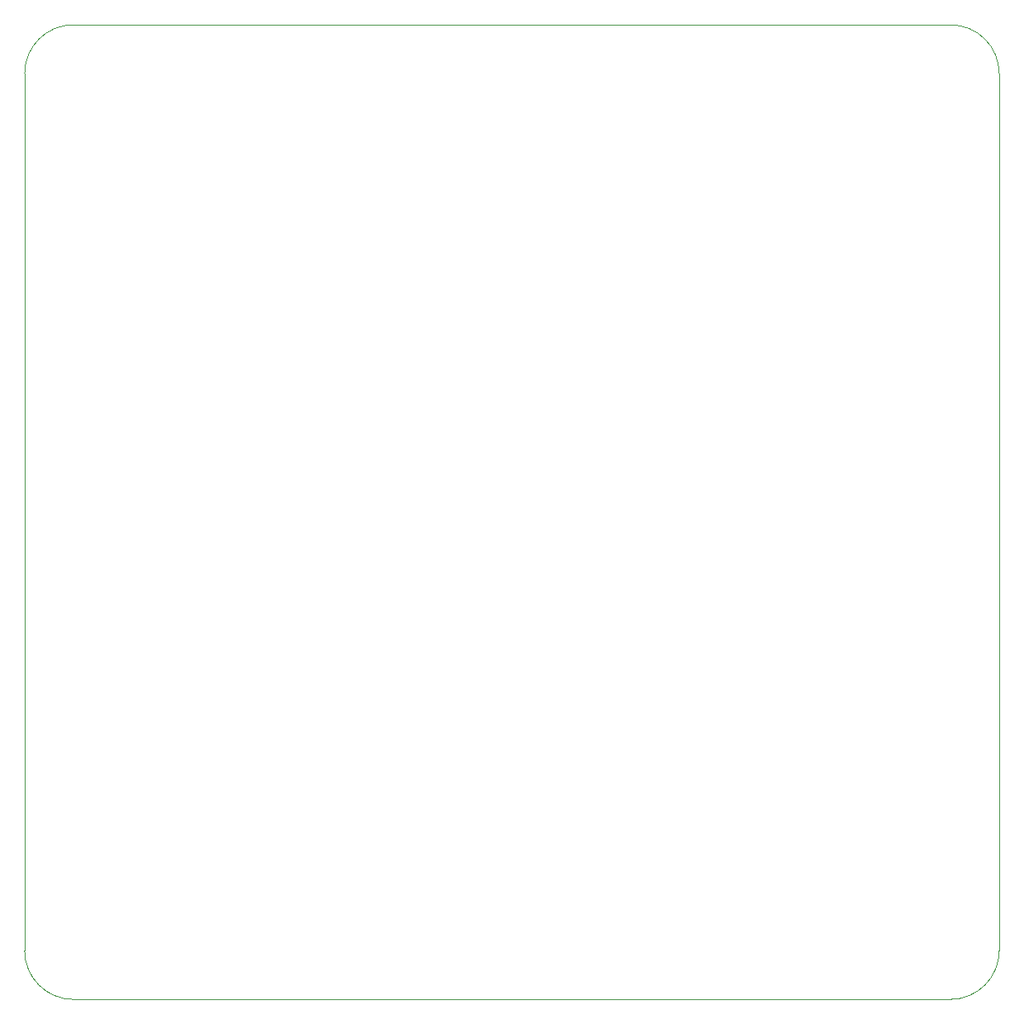
<source format=gbr>
%TF.GenerationSoftware,KiCad,Pcbnew,8.0.3*%
%TF.CreationDate,2024-07-01T15:14:42+02:00*%
%TF.ProjectId,wattwiser,77617474-7769-4736-9572-2e6b69636164,rev?*%
%TF.SameCoordinates,Original*%
%TF.FileFunction,Profile,NP*%
%FSLAX46Y46*%
G04 Gerber Fmt 4.6, Leading zero omitted, Abs format (unit mm)*
G04 Created by KiCad (PCBNEW 8.0.3) date 2024-07-01 15:14:42*
%MOMM*%
%LPD*%
G01*
G04 APERTURE LIST*
%TA.AperFunction,Profile*%
%ADD10C,0.050000*%
%TD*%
G04 APERTURE END LIST*
D10*
X85000000Y-137000000D02*
X85000000Y-47000000D01*
X185000000Y-137000000D02*
G75*
G02*
X180000000Y-142000000I-5000000J0D01*
G01*
X185000000Y-47000000D02*
X185000000Y-137000000D01*
X180000000Y-142000000D02*
X90000000Y-142000000D01*
X90000000Y-142000000D02*
G75*
G02*
X85000000Y-137000000I0J5000000D01*
G01*
X180000000Y-42000000D02*
G75*
G02*
X185000000Y-47000000I0J-5000000D01*
G01*
X90000000Y-42000000D02*
X180000000Y-42000000D01*
X85000000Y-47000000D02*
G75*
G02*
X90000000Y-42000000I5000000J0D01*
G01*
M02*

</source>
